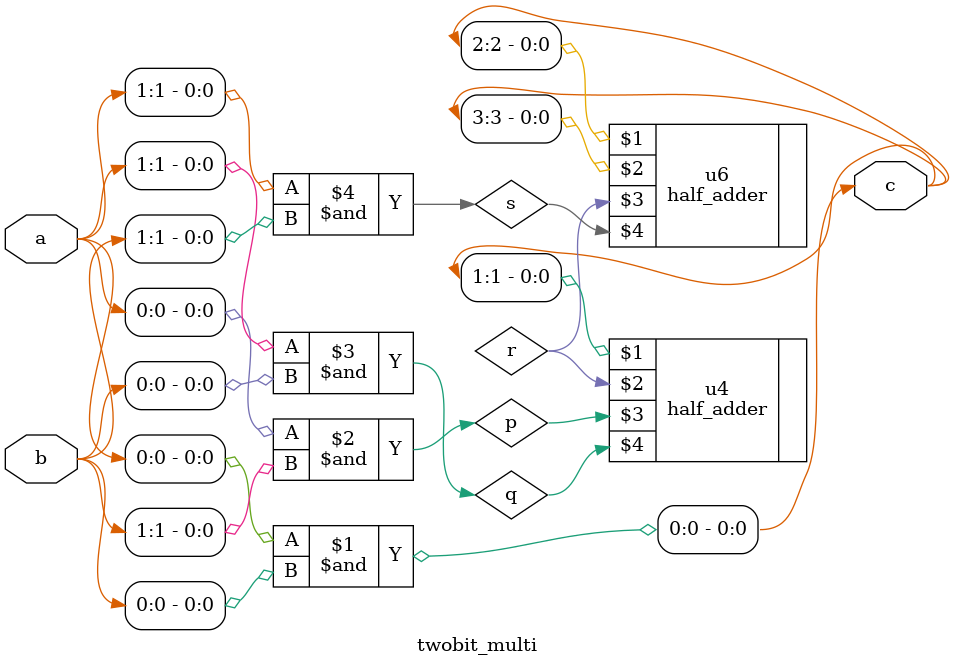
<source format=v>
`timescale 1ns / 1ps
module twobit_multi(a,b,c);
input [1:0]a;
input [1:0]b;
output wire [3:0]c;
wire p,q,r,s;
and u1(c[0],a[0],b[0]);
and u2(p,a[0],b[1]);
and u3(q,a[1],b[0]);
half_adder u4(c[1],r,p,q);
and u5(s,a[1],b[1]);
half_adder u6(c[2],c[3],r,s);
endmodule

</source>
